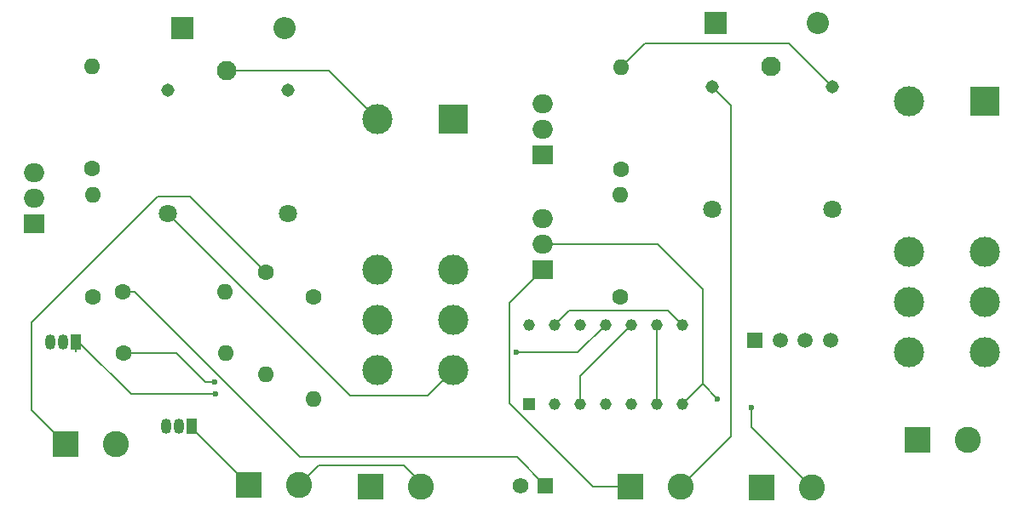
<source format=gbr>
%TF.GenerationSoftware,KiCad,Pcbnew,7.0.5*%
%TF.CreationDate,2023-12-12T17:16:25+05:30*%
%TF.ProjectId,charger ShutDown Circuit,63686172-6765-4722-9053-687574446f77,rev?*%
%TF.SameCoordinates,Original*%
%TF.FileFunction,Copper,L2,Bot*%
%TF.FilePolarity,Positive*%
%FSLAX46Y46*%
G04 Gerber Fmt 4.6, Leading zero omitted, Abs format (unit mm)*
G04 Created by KiCad (PCBNEW 7.0.5) date 2023-12-12 17:16:25*
%MOMM*%
%LPD*%
G01*
G04 APERTURE LIST*
%TA.AperFunction,ComponentPad*%
%ADD10R,1.170000X1.170000*%
%TD*%
%TA.AperFunction,ComponentPad*%
%ADD11C,1.170000*%
%TD*%
%TA.AperFunction,ComponentPad*%
%ADD12R,2.000000X1.905000*%
%TD*%
%TA.AperFunction,ComponentPad*%
%ADD13O,2.000000X1.905000*%
%TD*%
%TA.AperFunction,ComponentPad*%
%ADD14R,1.050000X1.500000*%
%TD*%
%TA.AperFunction,ComponentPad*%
%ADD15O,1.050000X1.500000*%
%TD*%
%TA.AperFunction,ComponentPad*%
%ADD16R,2.200000X2.200000*%
%TD*%
%TA.AperFunction,ComponentPad*%
%ADD17O,2.200000X2.200000*%
%TD*%
%TA.AperFunction,ComponentPad*%
%ADD18C,1.600000*%
%TD*%
%TA.AperFunction,ComponentPad*%
%ADD19O,1.600000X1.600000*%
%TD*%
%TA.AperFunction,ComponentPad*%
%ADD20R,1.508000X1.508000*%
%TD*%
%TA.AperFunction,ComponentPad*%
%ADD21C,1.508000*%
%TD*%
%TA.AperFunction,ComponentPad*%
%ADD22R,2.600000X2.600000*%
%TD*%
%TA.AperFunction,ComponentPad*%
%ADD23C,2.600000*%
%TD*%
%TA.AperFunction,ComponentPad*%
%ADD24C,3.000000*%
%TD*%
%TA.AperFunction,ComponentPad*%
%ADD25R,3.000000X3.000000*%
%TD*%
%TA.AperFunction,ComponentPad*%
%ADD26C,1.308000*%
%TD*%
%TA.AperFunction,ComponentPad*%
%ADD27C,1.950000*%
%TD*%
%TA.AperFunction,ComponentPad*%
%ADD28C,1.800000*%
%TD*%
%TA.AperFunction,ComponentPad*%
%ADD29R,1.575000X1.575000*%
%TD*%
%TA.AperFunction,ComponentPad*%
%ADD30C,1.575000*%
%TD*%
%TA.AperFunction,ViaPad*%
%ADD31C,0.600000*%
%TD*%
%TA.AperFunction,Conductor*%
%ADD32C,0.200000*%
%TD*%
G04 APERTURE END LIST*
D10*
%TO.P,U1,1,1A*%
%TO.N,BMS1*%
X81711800Y-61239400D03*
D11*
%TO.P,U1,2,1B*%
%TO.N,BMS2*%
X84251800Y-61239400D03*
%TO.P,U1,3,1Y*%
%TO.N,out1*%
X86791800Y-61239400D03*
%TO.P,U1,4,2A*%
%TO.N,BMS3*%
X89331800Y-61239400D03*
%TO.P,U1,5,2B*%
%TO.N,BMS4*%
X91871800Y-61239400D03*
%TO.P,U1,6,2Y*%
%TO.N,out2*%
X94411800Y-61239400D03*
%TO.P,U1,7,GND*%
%TO.N,CSDC-*%
X96951800Y-61239400D03*
%TO.P,U1,8,3Y*%
%TO.N,out3*%
X96951800Y-53299400D03*
%TO.P,U1,9,3A*%
%TO.N,out2*%
X94411800Y-53299400D03*
%TO.P,U1,10,3B*%
%TO.N,out1*%
X91871800Y-53299400D03*
%TO.P,U1,11,4Y*%
%TO.N,AMS Fault*%
X89331800Y-53299400D03*
%TO.P,U1,12,4A*%
%TO.N,BMS5*%
X86791800Y-53299400D03*
%TO.P,U1,13,4B*%
%TO.N,out3*%
X84251800Y-53299400D03*
%TO.P,U1,14,VCC*%
%TO.N,+5V*%
X81711800Y-53299400D03*
%TD*%
D12*
%TO.P,U2,1,IN*%
%TO.N,Aux Battery in*%
X83134200Y-47853600D03*
D13*
%TO.P,U2,2,GND*%
%TO.N,CSDC-*%
X83134200Y-45313600D03*
%TO.P,U2,3,OUT*%
%TO.N,+5V*%
X83134200Y-42773600D03*
%TD*%
D14*
%TO.P,Q2,1,C*%
%TO.N,Net-(J10-Pin_1)*%
X48183800Y-63419400D03*
D15*
%TO.P,Q2,2,B*%
%TO.N,Net-(Q2-B)*%
X46913800Y-63419400D03*
%TO.P,Q2,3,E*%
%TO.N,CSDC-*%
X45643800Y-63419400D03*
%TD*%
D16*
%TO.P,D1,1,K*%
%TO.N,reset*%
X47294800Y-23799800D03*
D17*
%TO.P,D1,2,A*%
%TO.N,CSDC-*%
X57454800Y-23799800D03*
%TD*%
D18*
%TO.P,R7,1*%
%TO.N,Aux Battery in*%
X55600600Y-48082200D03*
D19*
%TO.P,R7,2*%
%TO.N,Net-(J10-Pin_1)*%
X55600600Y-58242200D03*
%TD*%
D20*
%TO.P,J3,1,1*%
%TO.N,BMS1*%
X104209200Y-54864000D03*
D21*
%TO.P,J3,2,2*%
%TO.N,BMS2*%
X106709200Y-54864000D03*
%TO.P,J3,3,3*%
%TO.N,BMS3*%
X109209200Y-54864000D03*
%TO.P,J3,4,4*%
%TO.N,BMS4*%
X111709200Y-54864000D03*
%TD*%
D18*
%TO.P,R8,1*%
%TO.N,Aux Battery in*%
X60325000Y-50520600D03*
D19*
%TO.P,R8,2*%
%TO.N,Net-(J11-Pin_1)*%
X60325000Y-60680600D03*
%TD*%
D18*
%TO.P,R2,1*%
%TO.N,Net-(Q3-G)*%
X90881200Y-37820600D03*
D19*
%TO.P,R2,2*%
%TO.N,CSDC-*%
X90881200Y-27660600D03*
%TD*%
D18*
%TO.P,R5,1*%
%TO.N,Net-(Q1-G)*%
X38303200Y-37744400D03*
D19*
%TO.P,R5,2*%
%TO.N,CSDC-*%
X38303200Y-27584400D03*
%TD*%
D22*
%TO.P,J11,1,Pin_1*%
%TO.N,Net-(J11-Pin_1)*%
X65993000Y-69392800D03*
D23*
%TO.P,J11,2,Pin_2*%
%TO.N,CSDC-*%
X70993000Y-69392800D03*
%TD*%
D18*
%TO.P,R3,1*%
%TO.N,IMD Fault*%
X41376600Y-50012600D03*
D19*
%TO.P,R3,2*%
%TO.N,Net-(Q2-B)*%
X51536600Y-50012600D03*
%TD*%
D12*
%TO.P,Q3,1,G*%
%TO.N,Net-(Q3-G)*%
X83108800Y-36423600D03*
D13*
%TO.P,Q3,2,D*%
%TO.N,Net-(Q3-D)*%
X83108800Y-33883600D03*
%TO.P,Q3,3,S*%
%TO.N,CSDC-*%
X83108800Y-31343600D03*
%TD*%
D18*
%TO.P,R6,1*%
%TO.N,AMS Fault*%
X41427400Y-56108600D03*
D19*
%TO.P,R6,2*%
%TO.N,Net-(Q4-B)*%
X51587400Y-56108600D03*
%TD*%
D18*
%TO.P,R4,1*%
%TO.N,AMS Fault*%
X38379400Y-50495200D03*
D19*
%TO.P,R4,2*%
%TO.N,Net-(Q1-G)*%
X38379400Y-40335200D03*
%TD*%
D24*
%TO.P,K2,11*%
%TO.N,Net-(K1-PadCOM)*%
X74167100Y-52844100D03*
%TO.P,K2,12*%
%TO.N,unconnected-(K2-Pad12)*%
X74167100Y-47844100D03*
%TO.P,K2,14*%
%TO.N,Net-(Q1-D)*%
X74167100Y-57844100D03*
%TO.P,K2,21*%
%TO.N,AMS In*%
X66667100Y-52844100D03*
%TO.P,K2,22*%
%TO.N,unconnected-(K2-Pad22)*%
X66667100Y-47844100D03*
%TO.P,K2,24*%
%TO.N,CSDC+*%
X66667100Y-57844100D03*
D25*
%TO.P,K2,A1*%
%TO.N,Aux Battery in*%
X74167100Y-32844100D03*
D24*
%TO.P,K2,A2*%
%TO.N,Net-(K1-PadCOM)*%
X66667100Y-32844100D03*
%TD*%
D26*
%TO.P,K5,COIL1*%
%TO.N,CSDC-*%
X111918000Y-29616900D03*
%TO.P,K5,COIL2*%
%TO.N,reset*%
X99918000Y-29616900D03*
D27*
%TO.P,K5,COM*%
%TO.N,Net-(K3-Pad11)*%
X105798000Y-27616900D03*
D28*
%TO.P,K5,NC*%
%TO.N,unconnected-(K5-PadNC)*%
X111918000Y-41816900D03*
%TO.P,K5,NO*%
%TO.N,Net-(Q3-D)*%
X99918000Y-41816900D03*
%TD*%
D22*
%TO.P,J10,1,Pin_1*%
%TO.N,Net-(J10-Pin_1)*%
X53862600Y-69266000D03*
D23*
%TO.P,J10,2,Pin_2*%
%TO.N,CSDC-*%
X58862600Y-69266000D03*
%TD*%
D26*
%TO.P,K1,COIL1*%
%TO.N,CSDC-*%
X57816000Y-29997900D03*
%TO.P,K1,COIL2*%
%TO.N,reset*%
X45816000Y-29997900D03*
D27*
%TO.P,K1,COM*%
%TO.N,Net-(K1-PadCOM)*%
X51696000Y-27997900D03*
D28*
%TO.P,K1,NC*%
%TO.N,unconnected-(K1-PadNC)*%
X57816000Y-42197900D03*
%TO.P,K1,NO*%
%TO.N,Net-(Q1-D)*%
X45816000Y-42197900D03*
%TD*%
D22*
%TO.P,J7,1,Pin_1*%
%TO.N,Aux Battery in*%
X35676200Y-65176600D03*
D23*
%TO.P,J7,2,Pin_2*%
%TO.N,CSDC-*%
X40676200Y-65176600D03*
%TD*%
D14*
%TO.P,Q4,1,C*%
%TO.N,Net-(J11-Pin_1)*%
X36728400Y-54991000D03*
D15*
%TO.P,Q4,2,B*%
%TO.N,Net-(Q4-B)*%
X35458400Y-54991000D03*
%TO.P,Q4,3,E*%
%TO.N,CSDC-*%
X34188400Y-54991000D03*
%TD*%
D12*
%TO.P,Q1,1,G*%
%TO.N,Net-(Q1-G)*%
X32588200Y-43256200D03*
D13*
%TO.P,Q1,2,D*%
%TO.N,Net-(Q1-D)*%
X32588200Y-40716200D03*
%TO.P,Q1,3,S*%
%TO.N,CSDC-*%
X32588200Y-38176200D03*
%TD*%
D18*
%TO.P,R1,1*%
%TO.N,IMD Fault*%
X90830400Y-50546000D03*
D19*
%TO.P,R1,2*%
%TO.N,Net-(Q3-G)*%
X90830400Y-40386000D03*
%TD*%
D22*
%TO.P,J1,1,Pin_1*%
%TO.N,Aux Battery in*%
X120385200Y-64719400D03*
D23*
%TO.P,J1,2,Pin_2*%
%TO.N,IMD In*%
X125385200Y-64719400D03*
%TD*%
D29*
%TO.P,J4,1,1*%
%TO.N,IMD Fault*%
X83362800Y-69291200D03*
D30*
%TO.P,J4,2,2*%
%TO.N,BMS5*%
X80862800Y-69291200D03*
%TD*%
D16*
%TO.P,D2,1,K*%
%TO.N,reset*%
X100304600Y-23291800D03*
D17*
%TO.P,D2,2,A*%
%TO.N,CSDC-*%
X110464600Y-23291800D03*
%TD*%
D22*
%TO.P,J6,1,Pin_1*%
%TO.N,CSDC+*%
X104829600Y-69519800D03*
D23*
%TO.P,J6,2,Pin_2*%
%TO.N,CSDC-*%
X109829600Y-69519800D03*
%TD*%
D24*
%TO.P,K3,11*%
%TO.N,Net-(K3-Pad11)*%
X126999100Y-51066100D03*
%TO.P,K3,12*%
%TO.N,unconnected-(K3-Pad12)*%
X126999100Y-46066100D03*
%TO.P,K3,14*%
%TO.N,Net-(Q3-D)*%
X126999100Y-56066100D03*
%TO.P,K3,21*%
%TO.N,IMD In*%
X119499100Y-51066100D03*
%TO.P,K3,22*%
%TO.N,unconnected-(K3-Pad22)*%
X119499100Y-46066100D03*
%TO.P,K3,24*%
%TO.N,AMS In*%
X119499100Y-56066100D03*
D25*
%TO.P,K3,A1*%
%TO.N,Aux Battery in*%
X126999100Y-31066100D03*
D24*
%TO.P,K3,A2*%
%TO.N,Net-(K3-Pad11)*%
X119499100Y-31066100D03*
%TD*%
D22*
%TO.P,J2,1,Pin_1*%
%TO.N,Aux Battery in*%
X91784800Y-69418400D03*
D23*
%TO.P,J2,2,Pin_2*%
%TO.N,reset*%
X96784800Y-69418400D03*
%TD*%
D31*
%TO.N,CSDC-*%
X100431600Y-60680600D03*
X103835200Y-61518800D03*
%TO.N,Net-(J11-Pin_1)*%
X50546000Y-60223400D03*
%TO.N,AMS Fault*%
X50520600Y-59029600D03*
X80431700Y-56044100D03*
%TD*%
D32*
%TO.N,Aux Battery in*%
X44805600Y-40538400D02*
X32283400Y-53060600D01*
X91784800Y-69418400D02*
X88120800Y-69418400D01*
X32283400Y-53060600D02*
X32283400Y-61783800D01*
X88120800Y-69418400D02*
X79832200Y-61129800D01*
X79832200Y-51155600D02*
X83134200Y-47853600D01*
X32283400Y-61783800D02*
X35676200Y-65176600D01*
X48056800Y-40538400D02*
X44805600Y-40538400D01*
X55600600Y-48082200D02*
X48056800Y-40538400D01*
X79832200Y-61129800D02*
X79832200Y-51155600D01*
%TO.N,reset*%
X101777800Y-31476700D02*
X101777800Y-64425400D01*
X101777800Y-64425400D02*
X96784800Y-69418400D01*
X99918000Y-29616900D02*
X101777800Y-31476700D01*
%TO.N,IMD Fault*%
X80518000Y-66446400D02*
X83362800Y-69291200D01*
X42507970Y-50012600D02*
X58941770Y-66446400D01*
X41376600Y-50012600D02*
X42507970Y-50012600D01*
X58941770Y-66446400D02*
X80518000Y-66446400D01*
%TO.N,CSDC-*%
X103835200Y-61518800D02*
X103835200Y-63525400D01*
X60844000Y-67284600D02*
X69265800Y-67284600D01*
X103835200Y-63525400D02*
X109829600Y-69519800D01*
X58862600Y-69266000D02*
X60844000Y-67284600D01*
X93243400Y-25298400D02*
X107599500Y-25298400D01*
X70827314Y-68846114D02*
X70827314Y-68992800D01*
X100431600Y-60655200D02*
X100431600Y-60680600D01*
X98983800Y-49790235D02*
X98983800Y-59207400D01*
X98983800Y-59207400D02*
X100431600Y-60655200D01*
X98983800Y-59207400D02*
X96951800Y-61239400D01*
X90881200Y-27660600D02*
X93243400Y-25298400D01*
X107599500Y-25298400D02*
X111918000Y-29616900D01*
X70827314Y-68992800D02*
X70710157Y-69109957D01*
X94507165Y-45313600D02*
X98983800Y-49790235D01*
X69265800Y-67284600D02*
X70827314Y-68846114D01*
X83134200Y-45313600D02*
X94507165Y-45313600D01*
%TO.N,Net-(J10-Pin_1)*%
X53862600Y-69266000D02*
X48183800Y-63587200D01*
X48183800Y-63587200D02*
X48183800Y-63419400D01*
%TO.N,Net-(J11-Pin_1)*%
X42189400Y-60223400D02*
X37128400Y-55162400D01*
X36728400Y-54991000D02*
X36728400Y-55941000D01*
X37128400Y-55162400D02*
X37128400Y-54825315D01*
X37128400Y-54825315D02*
X37011242Y-54708157D01*
X50546000Y-60223400D02*
X42189400Y-60223400D01*
%TO.N,Net-(Q1-D)*%
X63993900Y-60375800D02*
X71635400Y-60375800D01*
X71635400Y-60375800D02*
X74167100Y-57844100D01*
X45816000Y-42197900D02*
X63993900Y-60375800D01*
%TO.N,Net-(K1-PadCOM)*%
X51696000Y-27997900D02*
X61820900Y-27997900D01*
X61820900Y-27997900D02*
X66667100Y-32844100D01*
%TO.N,AMS Fault*%
X89331800Y-53299400D02*
X86587100Y-56044100D01*
X80431700Y-56044100D02*
X80431700Y-56200100D01*
X49580800Y-59029600D02*
X46659800Y-56108600D01*
X46659800Y-56108600D02*
X41427400Y-56108600D01*
X86587100Y-56044100D02*
X80431700Y-56044100D01*
X50520600Y-59029600D02*
X49580800Y-59029600D01*
%TO.N,out1*%
X86791800Y-58379400D02*
X91871800Y-53299400D01*
X86791800Y-61239400D02*
X86791800Y-58379400D01*
%TO.N,out2*%
X94411800Y-61239400D02*
X94411800Y-53299400D01*
%TO.N,out3*%
X85684400Y-51866800D02*
X84251800Y-53299400D01*
X95519200Y-51866800D02*
X85684400Y-51866800D01*
X96951800Y-53299400D02*
X95519200Y-51866800D01*
%TD*%
M02*

</source>
